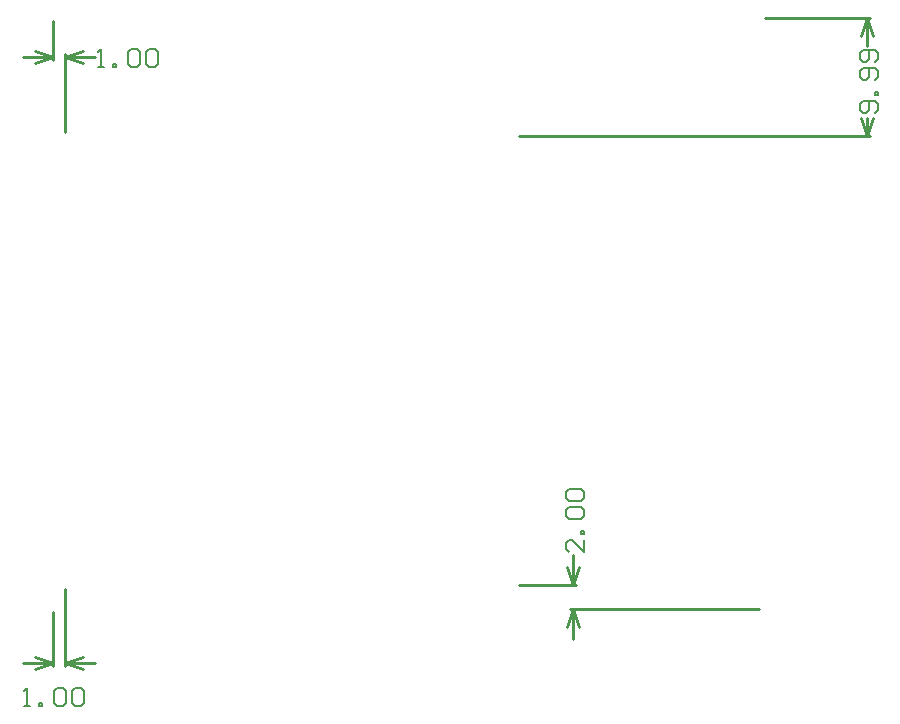
<source format=gm1>
G04*
G04 #@! TF.GenerationSoftware,Altium Limited,Altium Designer,22.0.2 (36)*
G04*
G04 Layer_Color=16711935*
%FSLAX25Y25*%
%MOIN*%
G70*
G04*
G04 #@! TF.SameCoordinates,1C5B4622-B4AA-4E77-B977-5182896014AD*
G04*
G04*
G04 #@! TF.FilePolarity,Positive*
G04*
G01*
G75*
%ADD35C,0.01000*%
%ADD46C,0.00600*%
D35*
X173500Y0D02*
X175500Y-6000D01*
X171500D02*
X173500Y0D01*
X171500Y13890D02*
X173500Y7890D01*
X175500Y13890D01*
X173500Y-10000D02*
Y0D01*
Y7890D02*
Y17890D01*
X155342Y7890D02*
X174500D01*
X172500Y0D02*
X235221D01*
X-6000Y-20000D02*
X0Y-18000D01*
X-6000Y-16000D02*
X0Y-18000D01*
X3949D02*
X9949Y-16000D01*
X3949Y-18000D02*
X9949Y-20000D01*
X-10000Y-18000D02*
X0D01*
X3949D02*
X13949D01*
X3949Y-19000D02*
Y6496D01*
X0Y-19000D02*
Y-1000D01*
X-6000Y182000D02*
X0Y184000D01*
X-6000Y186000D02*
X0Y184000D01*
X3949D02*
X9949Y186000D01*
X3949Y184000D02*
X9949Y182000D01*
X-10000Y184000D02*
X0D01*
X3949D02*
X13949D01*
X3949Y158894D02*
Y185000D01*
X0Y183000D02*
Y195850D01*
X269500Y163500D02*
X271500Y157500D01*
X273500Y163500D01*
X271500Y196850D02*
X273500Y190850D01*
X269500D02*
X271500Y196850D01*
Y157500D02*
Y163479D01*
Y187672D02*
Y196850D01*
X155342Y157500D02*
X272500D01*
X237221Y196850D02*
X272500D01*
D46*
X177099Y22888D02*
Y18890D01*
X173100Y22888D01*
X172101D01*
X171101Y21889D01*
Y19889D01*
X172101Y18890D01*
X177099Y24888D02*
X176099D01*
Y25888D01*
X177099D01*
Y24888D01*
X172101Y29886D02*
X171101Y30886D01*
Y32885D01*
X172101Y33885D01*
X176099D01*
X177099Y32885D01*
Y30886D01*
X176099Y29886D01*
X172101D01*
Y35884D02*
X171101Y36884D01*
Y38883D01*
X172101Y39883D01*
X176099D01*
X177099Y38883D01*
Y36884D01*
X176099Y35884D01*
X172101D01*
X-9622Y-32396D02*
X-7623D01*
X-8623D01*
Y-26398D01*
X-9622Y-27398D01*
X-4624Y-32396D02*
Y-31396D01*
X-3624D01*
Y-32396D01*
X-4624D01*
X374Y-27398D02*
X1374Y-26398D01*
X3373D01*
X4373Y-27398D01*
Y-31396D01*
X3373Y-32396D01*
X1374D01*
X374Y-31396D01*
Y-27398D01*
X6373D02*
X7372Y-26398D01*
X9371D01*
X10371Y-27398D01*
Y-31396D01*
X9371Y-32396D01*
X7372D01*
X6373Y-31396D01*
Y-27398D01*
X14949Y180401D02*
X16948D01*
X15948D01*
Y186399D01*
X14949Y185399D01*
X19947Y180401D02*
Y181401D01*
X20947D01*
Y180401D01*
X19947D01*
X24946Y185399D02*
X25945Y186399D01*
X27945D01*
X28944Y185399D01*
Y181401D01*
X27945Y180401D01*
X25945D01*
X24946Y181401D01*
Y185399D01*
X30944D02*
X31943Y186399D01*
X33943D01*
X34942Y185399D01*
Y181401D01*
X33943Y180401D01*
X31943D01*
X30944Y181401D01*
Y185399D01*
X274099Y165079D02*
X275099Y166078D01*
Y168078D01*
X274099Y169077D01*
X270101D01*
X269101Y168078D01*
Y166078D01*
X270101Y165079D01*
X271100D01*
X272100Y166078D01*
Y169077D01*
X275099Y171077D02*
X274099D01*
Y172076D01*
X275099D01*
Y171077D01*
X274099Y176075D02*
X275099Y177075D01*
Y179074D01*
X274099Y180074D01*
X270101D01*
X269101Y179074D01*
Y177075D01*
X270101Y176075D01*
X271100D01*
X272100Y177075D01*
Y180074D01*
X274099Y182073D02*
X275099Y183073D01*
Y185072D01*
X274099Y186072D01*
X270101D01*
X269101Y185072D01*
Y183073D01*
X270101Y182073D01*
X271100D01*
X272100Y183073D01*
Y186072D01*
M02*

</source>
